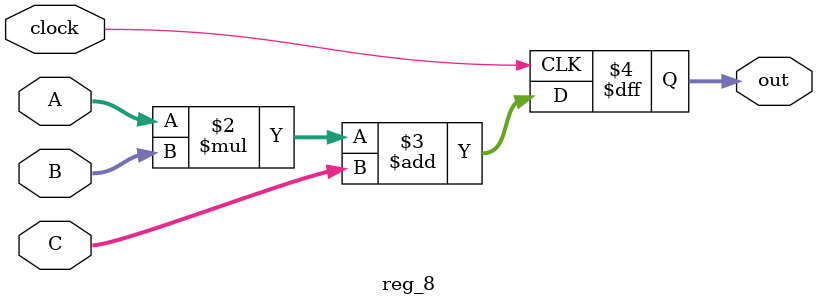
<source format=sv>
module reg_8 (clock, A, B, C, out);
input reg clock;
input reg [7:0] A;
input reg [7:0] B;
input reg [7:0] C;
output [7:0] out;
always @(posedge clock) begin
    out <= A[7:0]*B[7:0]+C[7:0];
end
endmodule
</source>
